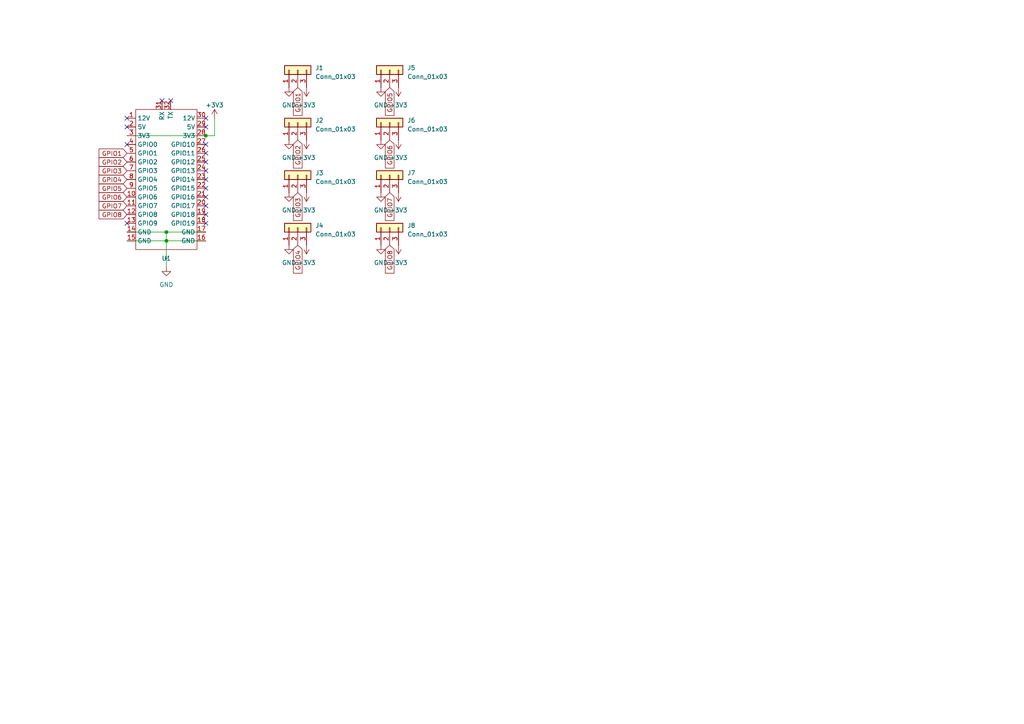
<source format=kicad_sch>
(kicad_sch (version 20230121) (generator eeschema)
  (paper "A4")
  (lib_symbols
    (symbol "Connector_Generic:Conn_01x03" (pin_names (offset 1.016) hide)
      (property "Reference" "J" (at 0 5.08 0))
      (property "Value" "Conn_01x03" (at 0 -5.08 0))
      (symbol "Conn_01x03_1_1"
        (rectangle (start -1.27 -2.413) (end 0 -2.667) (stroke (width 0.1524)))
        (rectangle (start -1.27 0.127) (end 0 -0.127) (stroke (width 0.1524)))
        (rectangle (start -1.27 2.667) (end 0 2.413) (stroke (width 0.1524)))
        (rectangle (start -1.27 3.81) (end 1.27 -3.81) (stroke (width 0.254)) (fill (type background)))
        (pin passive line (at -5.08 2.54 0) (length 3.81) (name "Pin_1") (number "1"))
        (pin passive line (at -5.08 0 0) (length 3.81) (name "Pin_2") (number "2"))
        (pin passive line (at -5.08 -2.54 0) (length 3.81) (name "Pin_3") (number "3"))
      )
    )
    (symbol "RaceTrackr_Footprints:RaceTrackr_Interface"
      (property "Reference" "U" (at 0 0 0))
      (symbol "RaceTrackr_Interface_0_1"
        (rectangle (start -8.89 43.18) (end 8.89 2.54))
      )
      (symbol "RaceTrackr_Interface_1_1"
        (pin input line (at -11.43 40.64 0) (length 2.54) (name "12V") (number "1"))
        (pin input line (at -11.43 17.78 0) (length 2.54) (name "GPIO6") (number "10"))
        (pin input line (at -11.43 15.24 0) (length 2.54) (name "GPIO7") (number "11"))
        (pin input line (at -11.43 12.7 0) (length 2.54) (name "GPIO8") (number "12"))
        (pin input line (at -11.43 10.16 0) (length 2.54) (name "GPIO9") (number "13"))
        (pin input line (at -11.43 7.62 0) (length 2.54) (name "GND") (number "14"))
        (pin input line (at -11.43 5.08 0) (length 2.54) (name "GND") (number "15"))
        (pin input line (at 11.43 5.08 180) (length 2.54) (name "GND") (number "16"))
        (pin input line (at 11.43 7.62 180) (length 2.54) (name "GND") (number "17"))
        (pin input line (at 11.43 10.16 180) (length 2.54) (name "GPIO19") (number "18"))
        (pin input line (at 11.43 12.7 180) (length 2.54) (name "GPIO18") (number "19"))
        (pin input line (at -11.43 38.1 0) (length 2.54) (name "5V") (number "2"))
        (pin input line (at 11.43 15.24 180) (length 2.54) (name "GPIO17") (number "20"))
        (pin input line (at 11.43 17.78 180) (length 2.54) (name "GPIO16") (number "21"))
        (pin input line (at 11.43 20.32 180) (length 2.54) (name "GPIO15") (number "22"))
        (pin input line (at 11.43 22.86 180) (length 2.54) (name "GPIO14") (number "23"))
        (pin input line (at 11.43 25.4 180) (length 2.54) (name "GPIO13") (number "24"))
        (pin input line (at 11.43 27.94 180) (length 2.54) (name "GPIO12") (number "25"))
        (pin input line (at 11.43 30.48 180) (length 2.54) (name "GPIO11") (number "26"))
        (pin input line (at 11.43 33.02 180) (length 2.54) (name "GPIO10") (number "27"))
        (pin input line (at 11.43 35.56 180) (length 2.54) (name "3V3") (number "28"))
        (pin input line (at 11.43 38.1 180) (length 2.54) (name "5V") (number "29"))
        (pin input line (at -11.43 35.56 0) (length 2.54) (name "3V3") (number "3"))
        (pin input line (at 11.43 40.64 180) (length 2.54) (name "12V") (number "30"))
        (pin input line (at -1.27 45.72 270) (length 2.54) (name "RX") (number "31"))
        (pin input line (at 1.2013 45.7268 270) (length 2.54) (name "TX") (number "32"))
        (pin input line (at -11.43 33.02 0) (length 2.54) (name "GPIO0") (number "4"))
        (pin input line (at -11.43 30.48 0) (length 2.54) (name "GPIO1") (number "5"))
        (pin input line (at -11.43 27.94 0) (length 2.54) (name "GPIO2") (number "6"))
        (pin input line (at -11.43 25.4 0) (length 2.54) (name "GPIO3") (number "7"))
        (pin input line (at -11.43 22.86 0) (length 2.54) (name "GPIO4") (number "8"))
        (pin input line (at -11.43 20.32 0) (length 2.54) (name "GPIO5") (number "9"))
      )
    )
    (symbol "power:+3V3" (power) (pin_names (offset 0))
      (property "Value" "+3V3" (at 0 3.556 0))
      (symbol "+3V3_0_1"
        (polyline (pts (xy -0.762 1.27) (xy 0 2.54)))
        (polyline (pts (xy 0 0) (xy 0 2.54)))
        (polyline (pts (xy 0 2.54) (xy 0.762 1.27)))
      )
      (symbol "+3V3_1_1"
        (pin power_in line (at 0 0 90) (length 0) hide (name "+3V3") (number "1"))
      )
    )
    (symbol "power:GND" (power) (pin_names (offset 0))
      (property "Value" "GND" (at 0 -3.81 0))
      (symbol "GND_0_1"
        (polyline (pts (xy 0 0) (xy 0 -1.27) (xy 1.27 -1.27) (xy 0 -2.54) (xy -1.27 -1.27) (xy 0 -1.27)))
      )
      (symbol "GND_1_1"
        (pin power_in line (at 0 0 270) (length 0) hide (name "GND") (number "1"))
      )
    )
  )
  (junction (at 59.69 39.37))
  (junction (at 48.26 69.85))
  (junction (at 48.26 67.31))
  (no_connect (at 59.69 54.61))
  (no_connect (at 36.83 36.83))
  (no_connect (at 59.69 44.45))
  (no_connect (at 59.69 57.15))
  (no_connect (at 59.69 64.77))
  (no_connect (at 59.69 59.69))
  (no_connect (at 49.53 29.21))
  (no_connect (at 59.69 34.29))
  (no_connect (at 59.69 49.53))
  (no_connect (at 59.69 36.83))
  (no_connect (at 36.83 34.29))
  (no_connect (at 59.69 62.23))
  (no_connect (at 36.83 64.77))
  (no_connect (at 59.69 46.99))
  (no_connect (at 59.69 52.07))
  (no_connect (at 36.83 41.91))
  (no_connect (at 46.99 29.21))
  (no_connect (at 59.69 41.91))
  (wire (pts (xy 36.83 69.85) (xy 48.26 69.85)))
  (wire (pts (xy 36.83 39.37) (xy 59.69 39.37)))
  (wire (pts (xy 62.23 34.29) (xy 62.23 39.37)))
  (wire (pts (xy 48.26 69.85) (xy 48.26 77.47)))
  (wire (pts (xy 48.26 69.85) (xy 59.69 69.85)))
  (wire (pts (xy 48.26 67.31) (xy 59.69 67.31)))
  (wire (pts (xy 36.83 67.31) (xy 48.26 67.31)))
  (wire (pts (xy 62.23 39.37) (xy 59.69 39.37)))
  (wire (pts (xy 48.26 67.31) (xy 48.26 69.85)))
  (global_label "GPIO3" (shape input) (at 86.36 55.88 270) (property "Intersheetrefs" "${INTERSHEET_REFS}" (effects hide)))
  (global_label "GPIO5" (shape input) (at 113.03 25.4 270) (property "Intersheetrefs" "${INTERSHEET_REFS}" (effects hide)))
  (global_label "GPIO2" (shape input) (at 86.36 40.64 270) (property "Intersheetrefs" "${INTERSHEET_REFS}" (effects hide)))
  (global_label "GPIO6" (shape input) (at 36.83 57.15 180) (property "Intersheetrefs" "${INTERSHEET_REFS}" (effects hide)))
  (global_label "GPIO7" (shape input) (at 113.03 55.88 270) (property "Intersheetrefs" "${INTERSHEET_REFS}" (effects hide)))
  (global_label "GPIO8" (shape input) (at 36.83 62.23 180) (property "Intersheetrefs" "${INTERSHEET_REFS}" (effects hide)))
  (global_label "GPIO5" (shape input) (at 36.83 54.61 180) (property "Intersheetrefs" "${INTERSHEET_REFS}" (effects hide)))
  (global_label "GPIO3" (shape input) (at 36.83 49.53 180) (property "Intersheetrefs" "${INTERSHEET_REFS}" (effects hide)))
  (global_label "GPIO1" (shape input) (at 86.36 25.4 270) (property "Intersheetrefs" "${INTERSHEET_REFS}" (effects hide)))
  (global_label "GPIO6" (shape input) (at 113.03 40.64 270) (property "Intersheetrefs" "${INTERSHEET_REFS}" (effects hide)))
  (global_label "GPIO4" (shape input) (at 86.36 71.12 270) (property "Intersheetrefs" "${INTERSHEET_REFS}" (effects hide)))
  (global_label "GPIO4" (shape input) (at 36.83 52.07 180) (property "Intersheetrefs" "${INTERSHEET_REFS}" (effects hide)))
  (global_label "GPIO8" (shape input) (at 113.03 71.12 270) (property "Intersheetrefs" "${INTERSHEET_REFS}" (effects hide)))
  (global_label "GPIO1" (shape input) (at 36.83 44.45 180) (property "Intersheetrefs" "${INTERSHEET_REFS}" (effects hide)))
  (global_label "GPIO7" (shape input) (at 36.83 59.69 180) (property "Intersheetrefs" "${INTERSHEET_REFS}" (effects hide)))
  (global_label "GPIO2" (shape input) (at 36.83 46.99 180) (property "Intersheetrefs" "${INTERSHEET_REFS}" (effects hide)))
  (symbol (lib_id "power:+3V3") (at 115.57 55.88 180) (unit 1)
    (property "Reference" "#PWR016" (effects hide))
    (property "Value" "+3V3" (at 115.57 60.96 0))
  )
  (symbol (lib_id "Connector_Generic:Conn_01x03") (at 86.36 35.56 90) (unit 1)
    (property "Reference" "J2" (at 91.44 34.925 90) (effects (justify right)))
    (property "Value" "Conn_01x03" (at 91.44 37.465 90) (effects (justify right)))
    (property "Footprint" "RaceTrackr:GX12-3" (effects hide))
  )
  (symbol (lib_id "power:+3V3") (at 88.9 25.4 180) (unit 1)
    (property "Reference" "#PWR04" (effects hide))
    (property "Value" "+3V3" (at 88.9 30.48 0))
  )
  (symbol (lib_id "Connector_Generic:Conn_01x03") (at 113.03 20.32 90) (unit 1)
    (property "Reference" "J5" (at 118.11 19.685 90) (effects (justify right)))
    (property "Value" "Conn_01x03" (at 118.11 22.225 90) (effects (justify right)))
    (property "Footprint" "RaceTrackr:GX12-3" (effects hide))
  )
  (symbol (lib_id "power:GND") (at 110.49 40.64 0) (unit 1)
    (property "Reference" "#PWR013" (effects hide))
    (property "Value" "GND" (at 110.49 45.72 0))
  )
  (symbol (lib_id "power:GND") (at 110.49 25.4 0) (unit 1)
    (property "Reference" "#PWR011" (effects hide))
    (property "Value" "GND" (at 110.49 30.48 0))
  )
  (symbol (lib_id "power:+3V3") (at 115.57 40.64 180) (unit 1)
    (property "Reference" "#PWR014" (effects hide))
    (property "Value" "+3V3" (at 115.57 45.72 0))
  )
  (symbol (lib_id "Connector_Generic:Conn_01x03") (at 113.03 50.8 90) (unit 1)
    (property "Reference" "J7" (at 118.11 50.165 90) (effects (justify right)))
    (property "Value" "Conn_01x03" (at 118.11 52.705 90) (effects (justify right)))
    (property "Footprint" "RaceTrackr:GX12-3" (effects hide))
  )
  (symbol (lib_id "RaceTrackr_Footprints:RaceTrackr_Interface") (at 48.26 74.93 0) (unit 1)
    (property "Reference" "U1" (at 48.26 74.93 0))
    (property "Value" "~" (at 48.26 74.93 0))
    (property "Footprint" "RaceTrackr:RaceTrackr Interface Board Reference" (effects hide))
  )
  (symbol (lib_id "power:GND") (at 83.82 71.12 0) (unit 1)
    (property "Reference" "#PWR09" (effects hide))
    (property "Value" "GND" (at 83.82 76.2 0))
  )
  (symbol (lib_id "power:+3V3") (at 88.9 55.88 180) (unit 1)
    (property "Reference" "#PWR08" (effects hide))
    (property "Value" "+3V3" (at 88.9 60.96 0))
  )
  (symbol (lib_id "Connector_Generic:Conn_01x03") (at 113.03 66.04 90) (unit 1)
    (property "Reference" "J8" (at 118.11 65.405 90) (effects (justify right)))
    (property "Value" "Conn_01x03" (at 118.11 67.945 90) (effects (justify right)))
    (property "Footprint" "RaceTrackr:GX12-3" (effects hide))
  )
  (symbol (lib_id "Connector_Generic:Conn_01x03") (at 86.36 50.8 90) (unit 1)
    (property "Reference" "J3" (at 91.44 50.165 90) (effects (justify right)))
    (property "Value" "Conn_01x03" (at 91.44 52.705 90) (effects (justify right)))
    (property "Footprint" "RaceTrackr:GX12-3" (effects hide))
  )
  (symbol (lib_id "power:GND") (at 83.82 55.88 0) (unit 1)
    (property "Reference" "#PWR07" (effects hide))
    (property "Value" "GND" (at 83.82 60.96 0))
  )
  (symbol (lib_id "power:+3V3") (at 88.9 71.12 180) (unit 1)
    (property "Reference" "#PWR010" (effects hide))
    (property "Value" "+3V3" (at 88.9 76.2 0))
  )
  (symbol (lib_id "Connector_Generic:Conn_01x03") (at 86.36 20.32 90) (unit 1)
    (property "Reference" "J1" (at 91.44 19.685 90) (effects (justify right)))
    (property "Value" "Conn_01x03" (at 91.44 22.225 90) (effects (justify right)))
    (property "Footprint" "RaceTrackr:GX12-3" (effects hide))
  )
  (symbol (lib_id "power:GND") (at 48.26 77.47 0) (unit 1)
    (property "Reference" "#PWR01" (effects hide))
    (property "Value" "GND" (at 48.26 82.55 0))
  )
  (symbol (lib_id "power:+3V3") (at 62.23 34.29 0) (unit 1)
    (property "Reference" "#PWR02" (effects hide))
    (property "Value" "+3V3" (at 62.23 30.48 0))
  )
  (symbol (lib_id "power:+3V3") (at 115.57 71.12 180) (unit 1)
    (property "Reference" "#PWR018" (effects hide))
    (property "Value" "+3V3" (at 115.57 76.2 0))
  )
  (symbol (lib_id "Connector_Generic:Conn_01x03") (at 113.03 35.56 90) (unit 1)
    (property "Reference" "J6" (at 118.11 34.925 90) (effects (justify right)))
    (property "Value" "Conn_01x03" (at 118.11 37.465 90) (effects (justify right)))
    (property "Footprint" "RaceTrackr:GX12-3" (effects hide))
  )
  (symbol (lib_id "power:GND") (at 83.82 25.4 0) (unit 1)
    (property "Reference" "#PWR03" (effects hide))
    (property "Value" "GND" (at 83.82 30.48 0))
  )
  (symbol (lib_id "power:GND") (at 83.82 40.64 0) (unit 1)
    (property "Reference" "#PWR05" (effects hide))
    (property "Value" "GND" (at 83.82 45.72 0))
  )
  (symbol (lib_id "power:GND") (at 110.49 71.12 0) (unit 1)
    (property "Reference" "#PWR017" (effects hide))
    (property "Value" "GND" (at 110.49 76.2 0))
  )
  (symbol (lib_id "power:+3V3") (at 88.9 40.64 180) (unit 1)
    (property "Reference" "#PWR06" (effects hide))
    (property "Value" "+3V3" (at 88.9 45.72 0))
  )
  (symbol (lib_id "power:+3V3") (at 115.57 25.4 180) (unit 1)
    (property "Reference" "#PWR012" (effects hide))
    (property "Value" "+3V3" (at 115.57 30.48 0))
  )
  (symbol (lib_id "Connector_Generic:Conn_01x03") (at 86.36 66.04 90) (unit 1)
    (property "Reference" "J4" (at 91.44 65.405 90) (effects (justify right)))
    (property "Value" "Conn_01x03" (at 91.44 67.945 90) (effects (justify right)))
    (property "Footprint" "RaceTrackr:GX12-3" (effects hide))
  )
  (symbol (lib_id "power:GND") (at 110.49 55.88 0) (unit 1)
    (property "Reference" "#PWR015" (effects hide))
    (property "Value" "GND" (at 110.49 60.96 0))
  )
)
</source>
